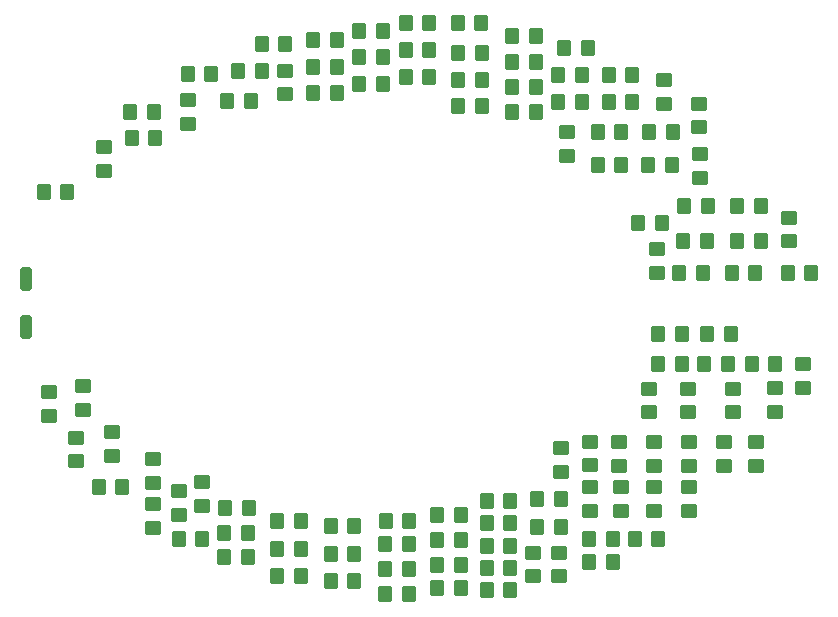
<source format=gtp>
G04 #@! TF.GenerationSoftware,KiCad,Pcbnew,9.0.2-9.0.2-0~ubuntu24.10.1*
G04 #@! TF.CreationDate,2025-05-11T12:44:46+02:00*
G04 #@! TF.ProjectId,vyhrivani_sekundar,76796872-6976-4616-9e69-5f73656b756e,rev?*
G04 #@! TF.SameCoordinates,Original*
G04 #@! TF.FileFunction,Paste,Top*
G04 #@! TF.FilePolarity,Positive*
%FSLAX46Y46*%
G04 Gerber Fmt 4.6, Leading zero omitted, Abs format (unit mm)*
G04 Created by KiCad (PCBNEW 9.0.2-9.0.2-0~ubuntu24.10.1) date 2025-05-11 12:44:46*
%MOMM*%
%LPD*%
G01*
G04 APERTURE LIST*
G04 Aperture macros list*
%AMRoundRect*
0 Rectangle with rounded corners*
0 $1 Rounding radius*
0 $2 $3 $4 $5 $6 $7 $8 $9 X,Y pos of 4 corners*
0 Add a 4 corners polygon primitive as box body*
4,1,4,$2,$3,$4,$5,$6,$7,$8,$9,$2,$3,0*
0 Add four circle primitives for the rounded corners*
1,1,$1+$1,$2,$3*
1,1,$1+$1,$4,$5*
1,1,$1+$1,$6,$7*
1,1,$1+$1,$8,$9*
0 Add four rect primitives between the rounded corners*
20,1,$1+$1,$2,$3,$4,$5,0*
20,1,$1+$1,$4,$5,$6,$7,0*
20,1,$1+$1,$6,$7,$8,$9,0*
20,1,$1+$1,$8,$9,$2,$3,0*%
G04 Aperture macros list end*
%ADD10RoundRect,0.250000X-0.350000X-0.450000X0.350000X-0.450000X0.350000X0.450000X-0.350000X0.450000X0*%
%ADD11RoundRect,0.250000X-0.450000X0.350000X-0.450000X-0.350000X0.450000X-0.350000X0.450000X0.350000X0*%
%ADD12RoundRect,0.250000X0.450000X-0.350000X0.450000X0.350000X-0.450000X0.350000X-0.450000X-0.350000X0*%
%ADD13RoundRect,0.250000X0.350000X0.450000X-0.350000X0.450000X-0.350000X-0.450000X0.350000X-0.450000X0*%
%ADD14RoundRect,0.250000X-0.250000X-0.750000X0.250000X-0.750000X0.250000X0.750000X-0.250000X0.750000X0*%
G04 APERTURE END LIST*
D10*
X43000000Y-53400000D03*
X45000000Y-53400000D03*
X96800000Y-60250000D03*
X98800000Y-60250000D03*
D11*
X52250000Y-76000000D03*
X52250000Y-78000000D03*
D12*
X48800000Y-75700000D03*
X48800000Y-73700000D03*
D13*
X69300000Y-81650000D03*
X67300000Y-81650000D03*
X103700000Y-57550000D03*
X101700000Y-57550000D03*
X80050000Y-39050000D03*
X78050000Y-39050000D03*
D10*
X82650000Y-40150000D03*
X84650000Y-40150000D03*
D12*
X89300000Y-80350000D03*
X89300000Y-78350000D03*
D10*
X82650000Y-44450000D03*
X84650000Y-44450000D03*
X78100000Y-46050000D03*
X80100000Y-46050000D03*
D11*
X91850000Y-78350000D03*
X91850000Y-80350000D03*
D12*
X100650000Y-76550000D03*
X100650000Y-74550000D03*
D10*
X94250000Y-48300000D03*
X96250000Y-48300000D03*
D13*
X73900000Y-83150000D03*
X71900000Y-83150000D03*
D12*
X94700000Y-80350000D03*
X94700000Y-78350000D03*
D10*
X58550000Y-45650000D03*
X60550000Y-45650000D03*
D13*
X91200000Y-84700000D03*
X89200000Y-84700000D03*
D11*
X52250000Y-79800000D03*
X52250000Y-81800000D03*
D14*
X41500000Y-64800000D03*
D13*
X82500000Y-79500000D03*
X80500000Y-79500000D03*
X86800000Y-79350000D03*
X84800000Y-79350000D03*
X84650000Y-42350000D03*
X82650000Y-42350000D03*
D12*
X45750000Y-76150000D03*
X45750000Y-74150000D03*
X55200000Y-47600000D03*
X55200000Y-45600000D03*
D10*
X80500000Y-85200000D03*
X82500000Y-85200000D03*
X73650000Y-41300000D03*
X75650000Y-41300000D03*
X102950000Y-67950000D03*
X104950000Y-67950000D03*
D13*
X88550000Y-45700000D03*
X86550000Y-45700000D03*
D10*
X87100000Y-41150000D03*
X89100000Y-41150000D03*
D14*
X41501100Y-60710200D03*
D13*
X64800000Y-81200000D03*
X62800000Y-81200000D03*
D11*
X63450000Y-43100000D03*
X63450000Y-45100000D03*
D10*
X71900000Y-85250000D03*
X73900000Y-85250000D03*
D13*
X73950000Y-81200000D03*
X71950000Y-81200000D03*
D10*
X69700000Y-41950000D03*
X71700000Y-41950000D03*
D11*
X97650000Y-78350000D03*
X97650000Y-80350000D03*
D12*
X86600000Y-85900000D03*
X86600000Y-83900000D03*
D13*
X80100000Y-43850000D03*
X78100000Y-43850000D03*
D10*
X95050000Y-67950000D03*
X97050000Y-67950000D03*
D13*
X88550000Y-43450000D03*
X86550000Y-43450000D03*
D11*
X84450000Y-83900000D03*
X84450000Y-85900000D03*
D12*
X98550000Y-52150000D03*
X98550000Y-50150000D03*
D10*
X80500000Y-81400000D03*
X82500000Y-81400000D03*
D12*
X48100000Y-51550000D03*
X48100000Y-49550000D03*
D10*
X78100000Y-41600000D03*
X80100000Y-41600000D03*
X89900000Y-48300000D03*
X91900000Y-48300000D03*
X65850000Y-42800000D03*
X67850000Y-42800000D03*
D13*
X101200000Y-65350000D03*
X99200000Y-65350000D03*
D11*
X104900000Y-69950000D03*
X104900000Y-71950000D03*
D13*
X99150000Y-57550000D03*
X97150000Y-57550000D03*
D10*
X98950000Y-67950000D03*
X100950000Y-67950000D03*
D13*
X60350000Y-80100000D03*
X58350000Y-80100000D03*
D11*
X94900000Y-58200000D03*
X94900000Y-60200000D03*
D13*
X78350000Y-80750000D03*
X76350000Y-80750000D03*
X96200000Y-51100000D03*
X94200000Y-51100000D03*
D11*
X107300000Y-67950000D03*
X107300000Y-69950000D03*
D13*
X49650000Y-78300000D03*
X47650000Y-78300000D03*
D11*
X97650000Y-74550000D03*
X97650000Y-76550000D03*
D13*
X71700000Y-39750000D03*
X69700000Y-39750000D03*
D10*
X59450000Y-43100000D03*
X61450000Y-43100000D03*
X50450000Y-48800000D03*
X52450000Y-48800000D03*
D12*
X98500000Y-47900000D03*
X98500000Y-45900000D03*
D13*
X75650000Y-39050000D03*
X73650000Y-39050000D03*
D11*
X97550000Y-70000000D03*
X97550000Y-72000000D03*
D13*
X64800000Y-85850000D03*
X62800000Y-85850000D03*
D10*
X93050000Y-82700000D03*
X95050000Y-82700000D03*
D12*
X94700000Y-76550000D03*
X94700000Y-74550000D03*
D10*
X76350000Y-82850000D03*
X78350000Y-82850000D03*
X61450000Y-40800000D03*
X63450000Y-40800000D03*
D13*
X67850000Y-45000000D03*
X65850000Y-45000000D03*
D10*
X55200000Y-43350000D03*
X57200000Y-43350000D03*
D12*
X89300000Y-76500000D03*
X89300000Y-74500000D03*
D10*
X93350000Y-56000000D03*
X95350000Y-56000000D03*
D13*
X73900000Y-87400000D03*
X71900000Y-87400000D03*
X82500000Y-87100000D03*
X80500000Y-87100000D03*
D12*
X43500000Y-72300000D03*
X43500000Y-70300000D03*
D13*
X84650000Y-46550000D03*
X82650000Y-46550000D03*
X69300000Y-86300000D03*
X67300000Y-86300000D03*
X97050000Y-65350000D03*
X95050000Y-65350000D03*
D11*
X86800000Y-75050000D03*
X86800000Y-77050000D03*
D13*
X82500000Y-83300000D03*
X80500000Y-83300000D03*
X60300000Y-84300000D03*
X58300000Y-84300000D03*
D10*
X67300000Y-84050000D03*
X69300000Y-84050000D03*
X106000000Y-60250000D03*
X108000000Y-60250000D03*
D13*
X56450000Y-82700000D03*
X54450000Y-82700000D03*
D11*
X106150000Y-55550000D03*
X106150000Y-57550000D03*
D10*
X58300000Y-82200000D03*
X60300000Y-82200000D03*
D12*
X87350000Y-50300000D03*
X87350000Y-48300000D03*
D13*
X92850000Y-43450000D03*
X90850000Y-43450000D03*
D10*
X50350000Y-46600000D03*
X52350000Y-46600000D03*
D13*
X91900000Y-51100000D03*
X89900000Y-51100000D03*
D12*
X101400000Y-72000000D03*
X101400000Y-70000000D03*
D11*
X91750000Y-74550000D03*
X91750000Y-76550000D03*
X56450000Y-77950000D03*
X56450000Y-79950000D03*
D10*
X89200000Y-82700000D03*
X91200000Y-82700000D03*
X101250000Y-60250000D03*
X103250000Y-60250000D03*
D11*
X103300000Y-74550000D03*
X103300000Y-76550000D03*
D13*
X92850000Y-45700000D03*
X90850000Y-45700000D03*
D12*
X94250000Y-72000000D03*
X94250000Y-70000000D03*
X54450000Y-80700000D03*
X54450000Y-78700000D03*
D10*
X76350000Y-86900000D03*
X78350000Y-86900000D03*
X62800000Y-83550000D03*
X64800000Y-83550000D03*
X101750000Y-54550000D03*
X103750000Y-54550000D03*
D13*
X78350000Y-84900000D03*
X76350000Y-84900000D03*
X71700002Y-44200000D03*
X69700000Y-44200000D03*
D12*
X46350000Y-71800000D03*
X46350000Y-69800000D03*
D10*
X97250000Y-54550000D03*
X99250000Y-54550000D03*
D13*
X75650000Y-43600000D03*
X73650000Y-43600000D03*
D12*
X95500000Y-45900000D03*
X95500000Y-43900000D03*
D13*
X67850000Y-40450000D03*
X65850000Y-40450000D03*
D10*
X84800000Y-81750000D03*
X86800000Y-81750000D03*
M02*

</source>
